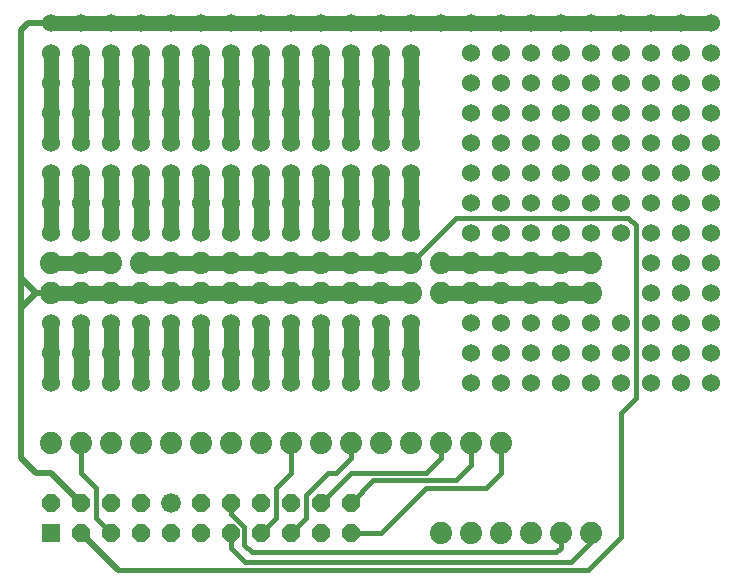
<source format=gbl>
G04 EAGLE Gerber RS-274X export*
G75*
%MOMM*%
%FSLAX34Y34*%
%LPD*%
%INbottom_metal*%
%IPPOS*%
%AMOC8*
5,1,8,0,0,1.08239X$1,22.5*%
G01*
%ADD10R,1.524000X1.524000*%
%ADD11P,1.649562X8X22.500000*%
%ADD12C,1.676400*%
%ADD13C,1.879600*%
%ADD14C,1.270000*%
%ADD15C,1.524000*%
%ADD16C,0.508000*%
%ADD17C,0.406400*%


D10*
X254000Y393700D03*
D11*
X254000Y419100D03*
X279400Y393700D03*
X279400Y419100D03*
X304800Y393700D03*
X304800Y419100D03*
X330200Y393700D03*
X330200Y419100D03*
X355600Y393700D03*
D12*
X355600Y419100D03*
D11*
X381000Y393700D03*
X381000Y419100D03*
X406400Y393700D03*
X406400Y419100D03*
X431800Y393700D03*
X431800Y419100D03*
X457200Y393700D03*
X457200Y419100D03*
X482600Y393700D03*
X482600Y419100D03*
X508000Y393700D03*
X508000Y419100D03*
D13*
X558800Y596900D03*
X533400Y596900D03*
X508000Y596900D03*
X482600Y596900D03*
X457200Y596900D03*
X431800Y596900D03*
X406400Y596900D03*
X381000Y596900D03*
X355600Y596900D03*
X330200Y596900D03*
X558800Y622300D03*
X533400Y622300D03*
X508000Y622300D03*
X482600Y622300D03*
X457200Y622300D03*
X431800Y622300D03*
X406400Y622300D03*
X381000Y622300D03*
X355600Y622300D03*
X330200Y622300D03*
X254000Y622300D03*
X279400Y622300D03*
X304800Y622300D03*
X254000Y596900D03*
X279400Y596900D03*
X304800Y596900D03*
X584200Y393700D03*
X609600Y393700D03*
X635000Y393700D03*
X660400Y393700D03*
X685800Y393700D03*
X711200Y393700D03*
X254000Y469900D03*
X279400Y469900D03*
X381000Y469900D03*
X355600Y469900D03*
X330200Y469900D03*
X304800Y469900D03*
X508000Y469900D03*
X533400Y469900D03*
X558800Y469900D03*
X584200Y469900D03*
X431800Y469900D03*
X406400Y469900D03*
X482600Y469900D03*
X457200Y469900D03*
X609600Y469900D03*
X635000Y469900D03*
X584200Y622300D03*
X609600Y622300D03*
X635000Y622300D03*
X660400Y622300D03*
X685800Y622300D03*
X711200Y622300D03*
X584200Y596900D03*
X609600Y596900D03*
X635000Y596900D03*
X660400Y596900D03*
X685800Y596900D03*
X711200Y596900D03*
D14*
X558800Y596900D02*
X330200Y596900D01*
X304800Y596900D01*
X279400Y596900D01*
X254000Y596900D01*
X584200Y596900D02*
X711200Y596900D01*
D15*
X787400Y825500D03*
X254000Y825500D03*
X812800Y825500D03*
D14*
X254000Y825500D01*
D16*
X228600Y609600D02*
X241300Y596900D01*
X228600Y609600D02*
X228600Y819150D01*
X234950Y825500D01*
X254000Y825500D01*
X228600Y609600D02*
X228600Y584200D01*
X241300Y596900D01*
X254000Y596900D01*
X254000Y444500D02*
X279400Y419100D01*
X254000Y444500D02*
X241300Y444500D01*
X228600Y457200D01*
X228600Y584200D01*
D15*
X381000Y825500D03*
X304800Y825500D03*
X279400Y825500D03*
X330200Y825500D03*
X355600Y825500D03*
X406400Y825500D03*
X431800Y825500D03*
X457200Y825500D03*
X482600Y825500D03*
X508000Y825500D03*
X533400Y825500D03*
X558800Y825500D03*
X584200Y825500D03*
X609600Y825500D03*
X635000Y825500D03*
X660400Y825500D03*
X685800Y825500D03*
X711200Y825500D03*
X736600Y825500D03*
X762000Y825500D03*
D14*
X711200Y622300D02*
X584200Y622300D01*
X304800Y622300D02*
X254000Y622300D01*
X330200Y622300D02*
X558800Y622300D01*
D17*
X708660Y362204D02*
X310896Y362204D01*
D16*
X279400Y393700D01*
D17*
X596900Y660400D02*
X742950Y660400D01*
X749300Y654050D02*
X749300Y508000D01*
X749300Y654050D02*
X742950Y660400D01*
X596900Y660400D02*
X558800Y622300D01*
X736600Y390144D02*
X708660Y362204D01*
X736600Y495300D02*
X749300Y508000D01*
X736600Y495300D02*
X736600Y390144D01*
D15*
X330200Y723900D03*
X330200Y749300D03*
X330200Y774700D03*
X330200Y800100D03*
D14*
X330200Y723900D01*
D15*
X355600Y723900D03*
X355600Y749300D03*
X355600Y774700D03*
X355600Y800100D03*
D14*
X355600Y723900D01*
D15*
X381000Y723900D03*
X381000Y749300D03*
X381000Y774700D03*
X381000Y800100D03*
D14*
X381000Y723900D01*
D15*
X406400Y723900D03*
X406400Y749300D03*
X406400Y774700D03*
X406400Y800100D03*
D14*
X406400Y723900D01*
D15*
X431800Y723900D03*
X431800Y749300D03*
X431800Y774700D03*
X431800Y800100D03*
D14*
X431800Y723900D01*
D15*
X457200Y723900D03*
X457200Y749300D03*
X457200Y774700D03*
X457200Y800100D03*
D14*
X457200Y723900D01*
D15*
X482600Y723900D03*
X482600Y749300D03*
X482600Y774700D03*
X482600Y800100D03*
D14*
X482600Y723900D01*
D15*
X508000Y723900D03*
X508000Y749300D03*
X508000Y774700D03*
X508000Y800100D03*
D14*
X508000Y723900D01*
D15*
X533400Y723900D03*
X533400Y749300D03*
X533400Y774700D03*
X533400Y800100D03*
D14*
X533400Y723900D01*
D15*
X558800Y723900D03*
X558800Y749300D03*
X558800Y774700D03*
X558800Y800100D03*
D14*
X558800Y723900D01*
D15*
X330200Y647700D03*
X330200Y673100D03*
X330200Y698500D03*
D14*
X330200Y647700D01*
D15*
X355600Y647700D03*
X355600Y673100D03*
X355600Y698500D03*
D14*
X355600Y647700D01*
D15*
X381000Y647700D03*
X381000Y673100D03*
X381000Y698500D03*
D14*
X381000Y647700D01*
D15*
X406400Y647700D03*
X406400Y673100D03*
X406400Y698500D03*
D14*
X406400Y647700D01*
D15*
X431800Y647700D03*
X431800Y673100D03*
X431800Y698500D03*
D14*
X431800Y647700D01*
D15*
X457200Y647700D03*
X457200Y673100D03*
X457200Y698500D03*
D14*
X457200Y647700D01*
D15*
X482600Y647700D03*
X482600Y673100D03*
X482600Y698500D03*
D14*
X482600Y647700D01*
D15*
X508000Y647700D03*
X508000Y673100D03*
X508000Y698500D03*
D14*
X508000Y647700D01*
D15*
X533400Y647700D03*
X533400Y673100D03*
X533400Y698500D03*
D14*
X533400Y647700D01*
D15*
X330200Y520700D03*
X330200Y546100D03*
X330200Y571500D03*
D14*
X330200Y520700D01*
D15*
X558800Y647700D03*
X558800Y673100D03*
X558800Y698500D03*
D14*
X558800Y647700D01*
D15*
X355600Y520700D03*
X355600Y546100D03*
X355600Y571500D03*
D14*
X355600Y520700D01*
D15*
X381000Y520700D03*
X381000Y546100D03*
X381000Y571500D03*
D14*
X381000Y520700D01*
D15*
X406400Y520700D03*
X406400Y546100D03*
X406400Y571500D03*
D14*
X406400Y520700D01*
D15*
X431800Y520700D03*
X431800Y546100D03*
X431800Y571500D03*
D14*
X431800Y520700D01*
D15*
X457200Y520700D03*
X457200Y546100D03*
X457200Y571500D03*
D14*
X457200Y520700D01*
D15*
X482600Y520700D03*
X482600Y546100D03*
X482600Y571500D03*
D14*
X482600Y520700D01*
D15*
X508000Y520700D03*
X508000Y546100D03*
X508000Y571500D03*
D14*
X508000Y520700D01*
D15*
X533400Y520700D03*
X533400Y546100D03*
X533400Y571500D03*
D14*
X533400Y520700D01*
D15*
X558800Y520700D03*
X558800Y546100D03*
X558800Y571500D03*
D14*
X558800Y520700D01*
D15*
X304800Y647700D03*
X304800Y673100D03*
X304800Y698500D03*
D14*
X304800Y647700D01*
D15*
X279400Y647700D03*
X279400Y673100D03*
X279400Y698500D03*
D14*
X279400Y647700D01*
D15*
X254000Y647700D03*
X254000Y673100D03*
X254000Y698500D03*
D14*
X254000Y647700D01*
D15*
X254000Y520700D03*
X254000Y546100D03*
X254000Y571500D03*
D14*
X254000Y520700D01*
D15*
X279400Y520700D03*
X279400Y546100D03*
X279400Y571500D03*
D14*
X279400Y520700D01*
D15*
X304800Y520700D03*
X304800Y546100D03*
X304800Y571500D03*
D14*
X304800Y520700D01*
D15*
X304800Y723900D03*
X304800Y749300D03*
X304800Y774700D03*
X304800Y800100D03*
D14*
X304800Y723900D01*
D15*
X279400Y723900D03*
X279400Y749300D03*
X279400Y774700D03*
X279400Y800100D03*
D14*
X279400Y723900D01*
D15*
X254000Y723900D03*
X254000Y749300D03*
X254000Y774700D03*
X254000Y800100D03*
D14*
X254000Y723900D01*
D17*
X469900Y406400D02*
X457200Y393700D01*
X469900Y406400D02*
X469900Y425450D01*
X488950Y444500D01*
X495300Y444500D01*
X508000Y457200D02*
X508000Y469900D01*
X508000Y457200D02*
X495300Y444500D01*
X508000Y444500D02*
X482600Y419100D01*
X584200Y457200D02*
X584200Y469900D01*
X571500Y444500D02*
X508000Y444500D01*
X571500Y444500D02*
X584200Y457200D01*
X711200Y393700D02*
X711200Y385572D01*
X694690Y369062D01*
X418338Y369062D01*
X406400Y381000D01*
X406400Y393700D01*
X685800Y393700D02*
X685800Y381000D01*
X681990Y377190D02*
X424180Y377190D01*
X417576Y383794D01*
X406400Y409505D02*
X406400Y419100D01*
X417576Y398329D02*
X417576Y383794D01*
X417576Y398329D02*
X406400Y409505D01*
X681990Y377190D02*
X685800Y381000D01*
X279400Y444500D02*
X279400Y469900D01*
X279400Y444500D02*
X292100Y431800D01*
X292100Y406400D01*
X304800Y393700D01*
X457200Y444500D02*
X457200Y469900D01*
X457200Y444500D02*
X444500Y431800D01*
X444500Y406400D01*
X431800Y393700D01*
X635000Y444500D02*
X635000Y469900D01*
X635000Y444500D02*
X622300Y431800D01*
X571500Y431800D02*
X533400Y393700D01*
X508000Y393700D01*
X571500Y431800D02*
X622300Y431800D01*
X527050Y438150D02*
X508000Y419100D01*
X596900Y438150D02*
X609600Y450850D01*
X609600Y469900D01*
X596900Y438150D02*
X527050Y438150D01*
D15*
X609600Y698500D03*
X609600Y673100D03*
X609600Y647700D03*
X635000Y698500D03*
X635000Y673100D03*
X635000Y647700D03*
X660400Y647700D03*
X660400Y673100D03*
X660400Y698500D03*
X685800Y698500D03*
X685800Y673100D03*
X685800Y647700D03*
X711200Y647700D03*
X711200Y673100D03*
X711200Y698500D03*
X609600Y723900D03*
X635000Y723900D03*
X660400Y723900D03*
X685800Y723900D03*
X711200Y723900D03*
X711200Y749300D03*
X685800Y749300D03*
X660400Y749300D03*
X635000Y749300D03*
X609600Y749300D03*
X609600Y774700D03*
X635000Y774700D03*
X660400Y774700D03*
X685800Y774700D03*
X711200Y774700D03*
X711200Y800100D03*
X685800Y800100D03*
X660400Y800100D03*
X635000Y800100D03*
X609600Y800100D03*
X609600Y571500D03*
X635000Y571500D03*
X660400Y571500D03*
X685800Y571500D03*
X711200Y571500D03*
X711200Y546100D03*
X711200Y520700D03*
X685800Y520700D03*
X685800Y546100D03*
X660400Y546100D03*
X660400Y520700D03*
X635000Y546100D03*
X635000Y520700D03*
X609600Y520700D03*
X609600Y546100D03*
X736600Y520700D03*
X736600Y546100D03*
X736600Y571500D03*
X736600Y647700D03*
X736600Y673100D03*
X736600Y698500D03*
X736600Y723900D03*
X736600Y749300D03*
X736600Y774700D03*
X736600Y800100D03*
X762000Y800100D03*
X762000Y774700D03*
X762000Y749300D03*
X762000Y723900D03*
X762000Y698500D03*
X762000Y673100D03*
X762000Y647700D03*
X762000Y622300D03*
X762000Y596900D03*
X762000Y571500D03*
X762000Y546100D03*
X762000Y520700D03*
X787400Y520700D03*
X787400Y546100D03*
X787400Y571500D03*
X787400Y596900D03*
X787400Y622300D03*
X787400Y647700D03*
X787400Y673100D03*
X787400Y698500D03*
X787400Y723900D03*
X787400Y749300D03*
X787400Y774700D03*
X787400Y800100D03*
X812800Y800100D03*
X812800Y774700D03*
X812800Y749300D03*
X812800Y723900D03*
X812800Y698500D03*
X812800Y673100D03*
X812800Y647700D03*
X812800Y622300D03*
X812800Y596900D03*
X812800Y571500D03*
X812800Y546100D03*
X812800Y520700D03*
M02*

</source>
